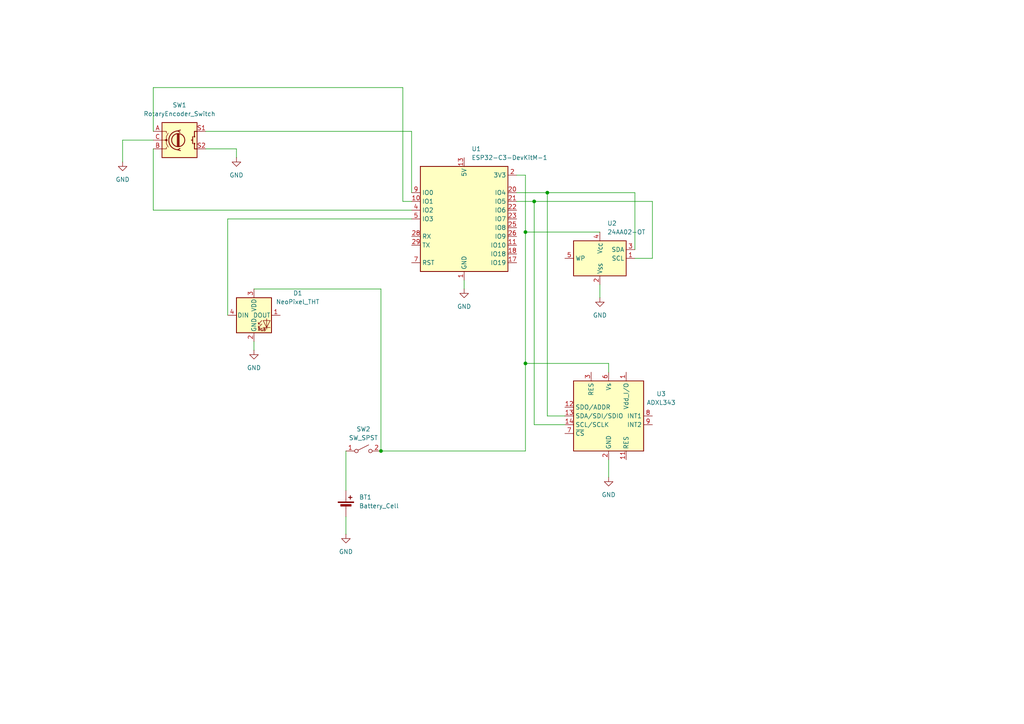
<source format=kicad_sch>
(kicad_sch (version 20250114) (generator "eeschema") (generator_version "9.0")
  (paper "A4")
  (lib_symbols
    (symbol "Device:Battery_Cell" (pin_numbers (hide yes)) (pin_names (offset 0) (hide yes))
      (property "Reference" "BT" (at 2.54 2.54 0))
      (property "Value" "Battery_Cell" (at 2.54 0 0))
      (symbol "Battery_Cell_0_1"
        (rectangle (start -2.286 1.778) (end 2.286 1.524) (fill (type outline)))
        (rectangle (start -1.524 1.016) (end 1.524 0.508) (fill (type outline)))
        (polyline (pts (xy 0 1.778) (xy 0 2.54)))
        (polyline (pts (xy 0 0.762) (xy 0 0)))
        (polyline (pts (xy 0.762 3.048) (xy 1.778 3.048)) (stroke (width 0.254)))
        (polyline (pts (xy 1.27 3.556) (xy 1.27 2.54)) (stroke (width 0.254)))
      )
      (symbol "Battery_Cell_1_1"
        (pin passive line (at 0 5.08 270) (length 2.54) (name "+") (number "1"))
        (pin passive line (at 0 -2.54 90) (length 2.54) (name "-") (number "2"))
      )
    )
    (symbol "Device:RotaryEncoder_Switch" (pin_names (offset 0.254) (hide yes))
      (property "Reference" "SW" (at 0 6.604 0))
      (property "Value" "RotaryEncoder_Switch" (at 0 -6.604 0))
      (symbol "RotaryEncoder_Switch_0_1"
        (rectangle (start -5.08 5.08) (end 5.08 -5.08) (stroke (width 0.254)) (fill (type background)))
        (polyline (pts (xy -5.08 2.54) (xy -3.81 2.54) (xy -3.81 2.032)))
        (polyline (pts (xy -5.08 0) (xy -3.81 0) (xy -3.81 -1.016) (xy -3.302 -2.032)))
        (polyline (pts (xy -5.08 -2.54) (xy -3.81 -2.54) (xy -3.81 -2.032)))
        (polyline (pts (xy -4.318 0) (xy -3.81 0) (xy -3.81 1.016) (xy -3.302 2.032)))
        (circle (center -3.81 0) (radius 0.254) (fill (type outline)))
        (polyline (pts (xy -0.635 -1.778) (xy -0.635 1.778)) (stroke (width 0.254)))
        (circle (center -0.381 0) (radius 1.905) (stroke (width 0.254)))
        (polyline (pts (xy -0.381 -1.778) (xy -0.381 1.778)) (stroke (width 0.254)))
        (arc (start -0.381 -2.794) (mid -3.0988 -0.0635) (end -0.381 2.667) (stroke (width 0.254)))
        (polyline (pts (xy -0.127 1.778) (xy -0.127 -1.778)) (stroke (width 0.254)))
        (polyline (pts (xy 0.254 2.921) (xy -0.508 2.667) (xy 0.127 2.286)) (stroke (width 0.254)))
        (polyline (pts (xy 0.254 -3.048) (xy -0.508 -2.794) (xy 0.127 -2.413)) (stroke (width 0.254)))
        (polyline (pts (xy 3.81 1.016) (xy 3.81 -1.016)) (stroke (width 0.254)))
        (polyline (pts (xy 3.81 0) (xy 3.429 0)) (stroke (width 0.254)))
        (circle (center 4.318 1.016) (radius 0.127) (stroke (width 0.254)))
        (circle (center 4.318 -1.016) (radius 0.127) (stroke (width 0.254)))
        (polyline (pts (xy 5.08 2.54) (xy 4.318 2.54) (xy 4.318 1.016)) (stroke (width 0.254)))
        (polyline (pts (xy 5.08 -2.54) (xy 4.318 -2.54) (xy 4.318 -1.016)) (stroke (width 0.254)))
      )
      (symbol "RotaryEncoder_Switch_1_1"
        (pin passive line (at -7.62 2.54 0) (length 2.54) (name "A") (number "A"))
        (pin passive line (at -7.62 0 0) (length 2.54) (name "C") (number "C"))
        (pin passive line (at -7.62 -2.54 0) (length 2.54) (name "B") (number "B"))
        (pin passive line (at 7.62 2.54 180) (length 2.54) (name "S1") (number "S1"))
        (pin passive line (at 7.62 -2.54 180) (length 2.54) (name "S2") (number "S2"))
      )
    )
    (symbol "LED:NeoPixel_THT" (pin_names (offset 0.254))
      (property "Reference" "D" (at 5.08 5.715 0))
      (property "Value" "NeoPixel_THT" (at 1.27 -5.715 0))
      (symbol "NeoPixel_THT_0_0"
        (text "RGB" (at 2.286 -4.191 0) (effects (font (size 0.762 0.762))))
      )
      (symbol "NeoPixel_THT_0_1"
        (polyline (pts (xy 1.27 -2.54) (xy 1.778 -2.54)))
        (polyline (pts (xy 1.27 -3.556) (xy 1.778 -3.556)))
        (polyline (pts (xy 2.286 -1.524) (xy 1.27 -2.54) (xy 1.27 -2.032)))
        (polyline (pts (xy 2.286 -2.54) (xy 1.27 -3.556) (xy 1.27 -3.048)))
        (polyline (pts (xy 3.683 -1.016) (xy 3.683 -3.556) (xy 3.683 -4.064)))
        (polyline (pts (xy 4.699 -1.524) (xy 2.667 -1.524) (xy 3.683 -3.556) (xy 4.699 -1.524)))
        (polyline (pts (xy 4.699 -3.556) (xy 2.667 -3.556)))
        (rectangle (start 5.08 5.08) (end -5.08 -5.08) (stroke (width 0.254)) (fill (type background)))
      )
      (symbol "NeoPixel_THT_1_1"
        (pin input line (at -7.62 0 0) (length 2.54) (name "DIN") (number "4"))
        (pin power_in line (at 0 7.62 270) (length 2.54) (name "VDD") (number "3"))
        (pin power_in line (at 0 -7.62 90) (length 2.54) (name "GND") (number "2"))
        (pin output line (at 7.62 0 180) (length 2.54) (name "DOUT") (number "1"))
      )
    )
    (symbol "Memory_EEPROM:24AA02-OT"
      (property "Reference" "U" (at -7.62 6.35 0))
      (property "Value" "24AA02-OT" (at 2.54 -6.35 0))
      (symbol "24AA02-OT_1_1"
        (rectangle (start -7.62 5.08) (end 7.62 -5.08) (stroke (width 0.254)) (fill (type background)))
        (pin input line (at -10.16 0 0) (length 2.54) (name "WP") (number "5"))
        (pin power_in line (at 0 7.62 270) (length 2.54) (name "V_{CC}") (number "4"))
        (pin power_in line (at 0 -7.62 90) (length 2.54) (name "V_{SS}") (number "2"))
        (pin bidirectional line (at 10.16 2.54 180) (length 2.54) (name "SDA") (number "3"))
        (pin input line (at 10.16 0 180) (length 2.54) (name "SCL") (number "1"))
      )
    )
    (symbol "RF_Module:ESP32-C3-DevKitM-1"
      (property "Reference" "U" (at 7.62 16.51 0))
      (property "Value" "ESP32-C3-DevKitM-1" (at 11.684 -16.764 0))
      (symbol "ESP32-C3-DevKitM-1_1_1"
        (rectangle (start -12.7 15.24) (end 12.7 -15.24) (stroke (width 0.254)) (fill (type background)))
        (pin bidirectional line (at -15.24 7.62 0) (length 2.54) (name "IO0") (number "9"))
        (pin bidirectional line (at -15.24 5.08 0) (length 2.54) (name "IO1") (number "10"))
        (pin bidirectional line (at -15.24 2.54 0) (length 2.54) (name "IO2") (number "4"))
        (pin bidirectional line (at -15.24 0 0) (length 2.54) (name "IO3") (number "5"))
        (pin input line (at -15.24 -5.08 0) (length 2.54) (name "RX") (number "28"))
        (pin output line (at -15.24 -7.62 0) (length 2.54) (name "TX") (number "29"))
        (pin input line (at -15.24 -12.7 0) (length 2.54) (name "RST") (number "7"))
        (pin passive line (at 0 17.78 270) (length 2.54) (name "5V") (number "13"))
        (pin passive line (at 0 17.78 270) (length 2.54) (hide yes) (name "5V") (number "14"))
        (pin power_in line (at 0 -17.78 90) (length 2.54) (name "GND") (number "1"))
        (pin passive line (at 0 -17.78 90) (length 2.54) (hide yes) (name "GND") (number "12"))
        (pin passive line (at 0 -17.78 90) (length 2.54) (hide yes) (name "GND") (number "15"))
        (pin passive line (at 0 -17.78 90) (length 2.54) (hide yes) (name "GND") (number "16"))
        (pin passive line (at 0 -17.78 90) (length 2.54) (hide yes) (name "GND") (number "19"))
        (pin passive line (at 0 -17.78 90) (length 2.54) (hide yes) (name "GND") (number "24"))
        (pin passive line (at 0 -17.78 90) (length 2.54) (hide yes) (name "GND") (number "27"))
        (pin passive line (at 0 -17.78 90) (length 2.54) (hide yes) (name "GND") (number "30"))
        (pin passive line (at 0 -17.78 90) (length 2.54) (hide yes) (name "GND") (number "6"))
        (pin passive line (at 0 -17.78 90) (length 2.54) (hide yes) (name "GND") (number "8"))
        (pin power_out line (at 15.24 12.7 180) (length 2.54) (name "3V3") (number "2"))
        (pin passive line (at 15.24 12.7 180) (length 2.54) (hide yes) (name "3V3") (number "3"))
        (pin bidirectional line (at 15.24 7.62 180) (length 2.54) (name "IO4") (number "20"))
        (pin bidirectional line (at 15.24 5.08 180) (length 2.54) (name "IO5") (number "21"))
        (pin bidirectional line (at 15.24 2.54 180) (length 2.54) (name "IO6") (number "22"))
        (pin bidirectional line (at 15.24 0 180) (length 2.54) (name "IO7") (number "23"))
        (pin bidirectional line (at 15.24 -2.54 180) (length 2.54) (name "IO8") (number "25"))
        (pin bidirectional line (at 15.24 -5.08 180) (length 2.54) (name "IO9") (number "26"))
        (pin bidirectional line (at 15.24 -7.62 180) (length 2.54) (name "IO10") (number "11"))
        (pin bidirectional line (at 15.24 -10.16 180) (length 2.54) (name "IO18") (number "18"))
        (pin bidirectional line (at 15.24 -12.7 180) (length 2.54) (name "IO19") (number "17"))
      )
    )
    (symbol "Sensor_Motion:ADXL343"
      (property "Reference" "U" (at -8.89 11.43 0))
      (property "Value" "ADXL343" (at -7.62 -11.43 0))
      (symbol "ADXL343_0_1"
        (rectangle (start -10.16 10.16) (end 10.16 -10.16) (stroke (width 0.254)) (fill (type background)))
      )
      (symbol "ADXL343_1_1"
        (pin bidirectional line (at -12.7 2.54 0) (length 2.54) (name "SDO/ADDR") (number "12"))
        (pin bidirectional line (at -12.7 0 0) (length 2.54) (name "SDA/SDI/SDIO") (number "13"))
        (pin input line (at -12.7 -2.54 0) (length 2.54) (name "SCL/SCLK") (number "14"))
        (pin input line (at -12.7 -5.08 0) (length 2.54) (name "~{CS}") (number "7"))
        (pin passive line (at -5.08 12.7 270) (length 2.54) (name "RES") (number "3"))
        (pin no_connect line (at -5.08 -10.16 90) (length 2.54) (hide yes) (name "NC") (number "10"))
        (pin power_in line (at 0 12.7 270) (length 2.54) (name "Vs") (number "6"))
        (pin power_in line (at 0 -12.7 90) (length 2.54) (name "GND") (number "2"))
        (pin passive line (at 0 -12.7 90) (length 2.54) (hide yes) (name "GND") (number "4"))
        (pin passive line (at 0 -12.7 90) (length 2.54) (hide yes) (name "GND") (number "5"))
        (pin power_in line (at 5.08 12.7 270) (length 2.54) (name "Vdd_I/O") (number "1"))
        (pin passive line (at 5.08 -12.7 90) (length 2.54) (name "RES") (number "11"))
        (pin output line (at 12.7 0 180) (length 2.54) (name "INT1") (number "8"))
        (pin output line (at 12.7 -2.54 180) (length 2.54) (name "INT2") (number "9"))
      )
    )
    (symbol "Switch:SW_SPST" (pin_names (offset 0) (hide yes))
      (property "Reference" "SW" (at 0 3.175 0))
      (property "Value" "SW_SPST" (at 0 -2.54 0))
      (symbol "SW_SPST_0_0"
        (circle (center -2.032 0) (radius 0.508))
        (polyline (pts (xy -1.524 0.254) (xy 1.524 1.778)))
        (circle (center 2.032 0) (radius 0.508))
      )
      (symbol "SW_SPST_1_1"
        (pin passive line (at -5.08 0 0) (length 2.54) (name "A") (number "1"))
        (pin passive line (at 5.08 0 180) (length 2.54) (name "B") (number "2"))
      )
    )
    (symbol "power:GND" (power) (pin_numbers (hide yes)) (pin_names (offset 0) (hide yes))
      (property "Value" "GND" (at 0 -3.81 0))
      (symbol "GND_0_1"
        (polyline (pts (xy 0 0) (xy 0 -1.27) (xy 1.27 -1.27) (xy 0 -2.54) (xy -1.27 -1.27) (xy 0 -1.27)))
      )
      (symbol "GND_1_1"
        (pin power_in line (at 0 0 270) (length 0) (name "~") (number "1"))
      )
    )
  )
  (junction (at 152.4 67.31))
  (junction (at 154.94 58.42))
  (junction (at 110.49 130.81))
  (junction (at 152.4 105.41))
  (junction (at 158.75 55.88))
  (wire (pts (xy 44.45 43.18) (xy 44.45 60.96)))
  (wire (pts (xy 100.33 149.86) (xy 100.33 154.94)))
  (wire (pts (xy 59.69 43.18) (xy 68.58 43.18)))
  (wire (pts (xy 152.4 105.41) (xy 152.4 130.81)))
  (wire (pts (xy 152.4 105.41) (xy 176.53 105.41)))
  (wire (pts (xy 59.69 38.1) (xy 119.38 38.1)))
  (wire (pts (xy 73.66 83.82) (xy 110.49 83.82)))
  (wire (pts (xy 35.56 40.64) (xy 35.56 46.99)))
  (wire (pts (xy 116.84 58.42) (xy 119.38 58.42)))
  (wire (pts (xy 149.86 58.42) (xy 154.94 58.42)))
  (wire (pts (xy 66.04 91.44) (xy 66.04 63.5)))
  (wire (pts (xy 44.45 25.4) (xy 116.84 25.4)))
  (wire (pts (xy 152.4 50.8) (xy 152.4 67.31)))
  (wire (pts (xy 154.94 58.42) (xy 154.94 123.19)))
  (wire (pts (xy 189.23 58.42) (xy 189.23 74.93)))
  (wire (pts (xy 149.86 55.88) (xy 158.75 55.88)))
  (wire (pts (xy 44.45 40.64) (xy 35.56 40.64)))
  (wire (pts (xy 173.99 82.55) (xy 173.99 86.36)))
  (wire (pts (xy 116.84 25.4) (xy 116.84 58.42)))
  (wire (pts (xy 154.94 58.42) (xy 189.23 58.42)))
  (wire (pts (xy 134.62 81.28) (xy 134.62 83.82)))
  (wire (pts (xy 152.4 130.81) (xy 110.49 130.81)))
  (wire (pts (xy 149.86 50.8) (xy 152.4 50.8)))
  (wire (pts (xy 158.75 120.65) (xy 163.83 120.65)))
  (wire (pts (xy 152.4 67.31) (xy 152.4 105.41)))
  (wire (pts (xy 184.15 55.88) (xy 184.15 72.39)))
  (wire (pts (xy 158.75 55.88) (xy 158.75 120.65)))
  (wire (pts (xy 158.75 55.88) (xy 184.15 55.88)))
  (wire (pts (xy 44.45 60.96) (xy 119.38 60.96)))
  (wire (pts (xy 173.99 67.31) (xy 152.4 67.31)))
  (wire (pts (xy 73.66 99.06) (xy 73.66 101.6)))
  (wire (pts (xy 100.33 130.81) (xy 100.33 142.24)))
  (wire (pts (xy 44.45 38.1) (xy 44.45 25.4)))
  (wire (pts (xy 119.38 38.1) (xy 119.38 55.88)))
  (wire (pts (xy 154.94 123.19) (xy 163.83 123.19)))
  (wire (pts (xy 110.49 83.82) (xy 110.49 130.81)))
  (wire (pts (xy 68.58 43.18) (xy 68.58 45.72)))
  (wire (pts (xy 66.04 63.5) (xy 119.38 63.5)))
  (wire (pts (xy 176.53 133.35) (xy 176.53 138.43)))
  (wire (pts (xy 176.53 107.95) (xy 176.53 105.41)))
  (wire (pts (xy 189.23 74.93) (xy 184.15 74.93)))
  (symbol (lib_id "power:GND") (at 134.62 83.82 0) (unit 1)
    (property "Reference" "#PWR04" (effects (hide yes)))
    (property "Value" "GND" (at 134.62 88.9 0))
    (property "Description" "Power symbol creates a global label with name \"GND\" , ground" (effects (hide yes)))
  )
  (symbol (lib_id "Device:RotaryEncoder_Switch") (at 52.07 40.64 0) (unit 1)
    (property "Reference" "SW1" (at 52.07 30.48 0))
    (property "Value" "RotaryEncoder_Switch" (at 52.07 33.02 0))
    (property "Description" "Rotary encoder, dual channel, incremental quadrate outputs, with switch" (effects (hide yes)))
  )
  (symbol (lib_id "RF_Module:ESP32-C3-DevKitM-1") (at 134.62 63.5 0) (unit 1)
    (property "Reference" "U1" (at 136.7633 43.18 0) (effects (justify left)))
    (property "Value" "ESP32-C3-DevKitM-1" (at 136.7633 45.72 0) (effects (justify left)))
    (property "Footprint" "RF_Module:ESP32-C3-DevKitM-1" (effects (hide yes)))
    (property "Datasheet" "https://docs.espressif.com/projects/esp-idf/en/latest/esp32c3/hw-reference/esp32c3/user-guide-devkitm-1.html" (effects (hide yes)))
    (property "Description" "Development board featuring ESP32-C3-MINI-1 module" (effects (hide yes)))
  )
  (symbol (lib_id "power:GND") (at 68.58 45.72 0) (unit 1)
    (property "Reference" "#PWR06" (effects (hide yes)))
    (property "Value" "GND" (at 68.58 50.8 0))
    (property "Description" "Power symbol creates a global label with name \"GND\" , ground" (effects (hide yes)))
  )
  (symbol (lib_id "Memory_EEPROM:24AA02-OT") (at 173.99 74.93 0) (unit 1)
    (property "Reference" "U2" (at 176.1333 64.77 0) (effects (justify left)))
    (property "Value" "24AA02-OT" (at 176.1333 67.31 0) (effects (justify left)))
    (property "Footprint" "Display:OLED-128O064D" (effects (hide yes)))
    (property "Datasheet" "http://ww1.microchip.com/downloads/en/DeviceDoc/21709J.pdf" (effects (hide yes)))
    (property "Description" "I2C Serial EEPROM, 2Kb, SOT-23" (effects (hide yes)))
  )
  (symbol (lib_id "Sensor_Motion:ADXL343") (at 176.53 120.65 0) (unit 1)
    (property "Reference" "U3" (at 191.77 114.2298 0))
    (property "Value" "ADXL343" (at 191.77 116.7698 0))
    (property "Footprint" "Package_LGA:LGA-14_3x5mm_P0.8mm_LayoutBorder1x6y" (effects (hide yes)))
    (property "Datasheet" "https://www.analog.com/media/en/technical-documentation/data-sheets/ADXL343.pdf" (effects (hide yes)))
    (property "Description" "3-Axis MEMS Accelerometer, 2/4/8/16g range, I2C/SPI, LGA-14" (effects (hide yes)))
  )
  (symbol (lib_id "Device:Battery_Cell") (at 100.33 147.32 0) (unit 1)
    (property "Reference" "BT1" (at 104.14 144.2084 0) (effects (justify left)))
    (property "Value" "Battery_Cell" (at 104.14 146.7484 0) (effects (justify left)))
    (property "Description" "Single-cell battery" (effects (hide yes)))
  )
  (symbol (lib_id "power:GND") (at 35.56 46.99 0) (unit 1)
    (property "Reference" "#PWR07" (effects (hide yes)))
    (property "Value" "GND" (at 35.56 52.07 0))
    (property "Description" "Power symbol creates a global label with name \"GND\" , ground" (effects (hide yes)))
  )
  (symbol (lib_id "power:GND") (at 176.53 138.43 0) (unit 1)
    (property "Reference" "#PWR02" (effects (hide yes)))
    (property "Value" "GND" (at 176.53 143.51 0))
    (property "Description" "Power symbol creates a global label with name \"GND\" , ground" (effects (hide yes)))
  )
  (symbol (lib_id "Switch:SW_SPST") (at 105.41 130.81 0) (unit 1)
    (property "Reference" "SW2" (at 105.41 124.46 0))
    (property "Value" "SW_SPST" (at 105.41 127 0))
    (property "Description" "Single Pole Single Throw (SPST) switch" (effects (hide yes)))
  )
  (symbol (lib_id "LED:NeoPixel_THT") (at 73.66 91.44 0) (unit 1)
    (property "Reference" "D1" (at 86.36 85.0198 0))
    (property "Value" "NeoPixel_THT" (at 86.36 87.5598 0))
    (property "Datasheet" "https://www.adafruit.com/product/1938" (effects (hide yes)))
    (property "Description" "RGB LED with integrated controller, 5mm/8mm LED package" (effects (hide yes)))
  )
  (symbol (lib_id "power:GND") (at 100.33 154.94 0) (unit 1)
    (property "Reference" "#PWR01" (effects (hide yes)))
    (property "Value" "GND" (at 100.33 160.02 0))
    (property "Description" "Power symbol creates a global label with name \"GND\" , ground" (effects (hide yes)))
  )
  (symbol (lib_id "power:GND") (at 73.66 101.6 0) (unit 1)
    (property "Reference" "#PWR05" (effects (hide yes)))
    (property "Value" "GND" (at 73.66 106.68 0))
    (property "Description" "Power symbol creates a global label with name \"GND\" , ground" (effects (hide yes)))
  )
  (symbol (lib_id "power:GND") (at 173.99 86.36 0) (unit 1)
    (property "Reference" "#PWR03" (effects (hide yes)))
    (property "Value" "GND" (at 173.99 91.44 0))
    (property "Description" "Power symbol creates a global label with name \"GND\" , ground" (effects (hide yes)))
  )
)
</source>
